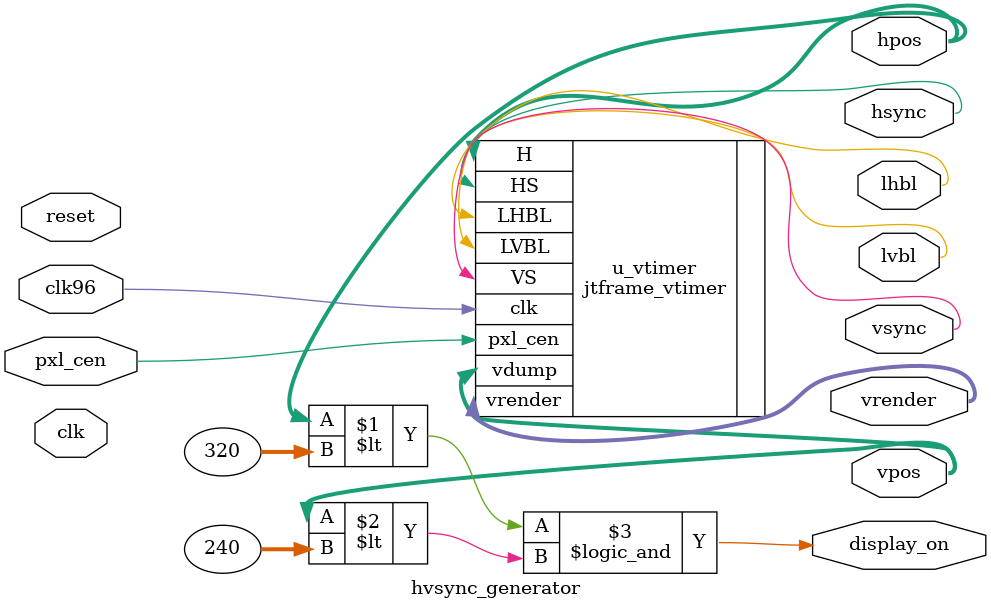
<source format=v>
/*
* <-- pr4m0d -->
* https://pram0d.com
* https://twitter.com/pr4m0d
* https://github.com/psomashekar
*
* Copyright (c) 2022 Pramod Somashekar
*
* This program is free software: you can redistribute it and/or modify
* it under the terms of the GNU General Public License as published by
* the Free Software Foundation, either version 3 of the License, or
* (at your option) any later version.
*
* This program is distributed in the hope that it will be useful,
* but WITHOUT ANY WARRANTY; without even the implied warranty of
* MERCHANTABILITY or FITNESS FOR A PARTICULAR PURPOSE.  See the
* GNU General Public License for more details.
*
* You should have received a copy of the GNU General Public License
* along with this program.  If not, see <https://www.gnu.org/licenses/>.
*/
/*
Video sync generator, used to drive a simulated CRT.
To use:
- Wire the hsync and vsync signals to top level outputs
- Add a 3-bit (or more) "rgb" output to the top level
*/

module hvsync_generator(clk, clk96, pxl_cen, reset, hsync, vsync, display_on, hpos, vpos, lhbl, lvbl, vrender);

  input clk;
  input clk96;
  input pxl_cen;
  input reset;
  output hsync, vsync;
  output display_on;
  output [8:0] hpos;
  output [8:0] vpos;
  output lhbl, lvbl;
  output [8:0] vrender;


jtframe_vtimer #(
  .V_START(0),
  .VB_START(239),
  .VB_END(261),
  .VS_START(244),
  // .VS_END(253),
  .HB_END(431),
  .HB_START(319),
  .HS_START(360),
  .HS_END(379)
) u_vtimer(
  .clk(clk96),
  .pxl_cen(pxl_cen),
  .LHBL(lhbl),
  .LVBL(lvbl),
  .HS(hsync),
  .VS(vsync),
  .H(hpos),
  .vdump(vpos),
  .vrender(vrender)
);

assign display_on = (hpos<320) && (vpos<240);

endmodule
</source>
